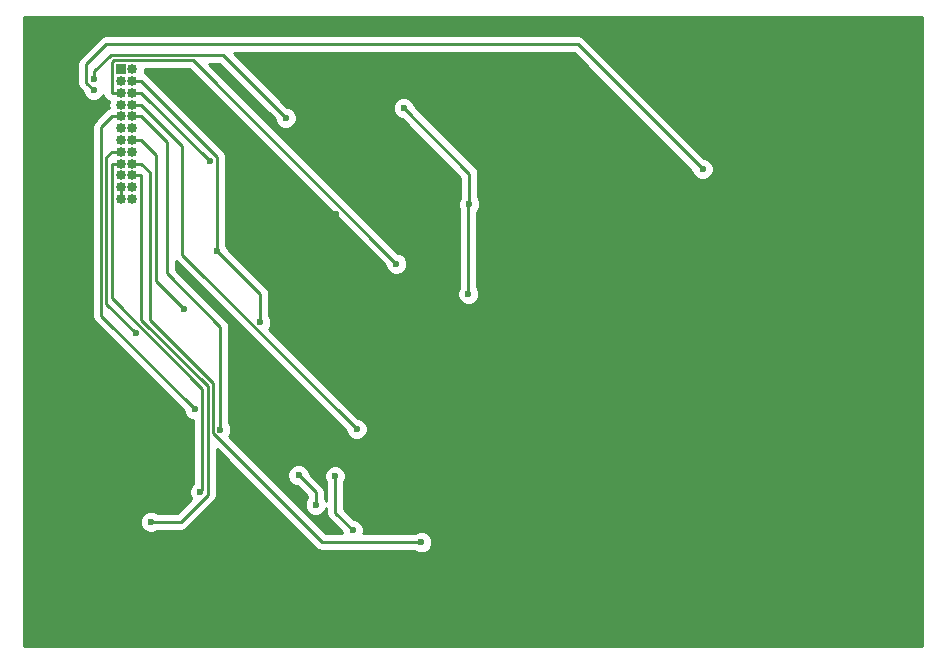
<source format=gbr>
G04 #@! TF.FileFunction,Copper,L2,Bot,Signal*
%FSLAX46Y46*%
G04 Gerber Fmt 4.6, Leading zero omitted, Abs format (unit mm)*
G04 Created by KiCad (PCBNEW 4.0.7) date 04/16/19 21:40:38*
%MOMM*%
%LPD*%
G01*
G04 APERTURE LIST*
%ADD10C,0.100000*%
%ADD11R,0.850000X0.850000*%
%ADD12O,0.850000X0.850000*%
%ADD13C,0.600000*%
%ADD14C,0.250000*%
%ADD15C,0.254000*%
G04 APERTURE END LIST*
D10*
D11*
X113030000Y-74930000D03*
D12*
X114030000Y-74930000D03*
X113030000Y-75930000D03*
X114030000Y-75930000D03*
X113030000Y-76930000D03*
X114030000Y-76930000D03*
X113030000Y-77930000D03*
X114030000Y-77930000D03*
X113030000Y-78930000D03*
X114030000Y-78930000D03*
X113030000Y-79930000D03*
X114030000Y-79930000D03*
X113030000Y-80930000D03*
X114030000Y-80930000D03*
X113030000Y-81930000D03*
X114030000Y-81930000D03*
X113030000Y-82930000D03*
X114030000Y-82930000D03*
X113030000Y-83930000D03*
X114030000Y-83930000D03*
X113030000Y-84930000D03*
X114030000Y-84930000D03*
X113030000Y-85930000D03*
X114030000Y-85930000D03*
D13*
X121194200Y-90324700D03*
X124865400Y-96378100D03*
X136367700Y-91415400D03*
X120553000Y-82702700D03*
X132677000Y-113969700D03*
X131183300Y-109393000D03*
X133008700Y-105405700D03*
X119301400Y-103734700D03*
X121473800Y-105453500D03*
X126993900Y-79049300D03*
X110808500Y-75757000D03*
X162294300Y-83376600D03*
X110735600Y-76698300D03*
X118424600Y-95255100D03*
X114346900Y-97303400D03*
X119742300Y-110736300D03*
X138491200Y-114982700D03*
X115579600Y-113262000D03*
X125780500Y-94291300D03*
X132995600Y-89957500D03*
X131245200Y-87186700D03*
X142558400Y-86352800D03*
X142470900Y-93954700D03*
X136990000Y-78229500D03*
X129540000Y-111798000D03*
X128090000Y-109318400D03*
D14*
X114030000Y-75930000D02*
X114780300Y-75930000D01*
X124865400Y-93995900D02*
X124865400Y-96378100D01*
X121194200Y-90324700D02*
X124865400Y-93995900D01*
X121194200Y-82343900D02*
X114780300Y-75930000D01*
X121194200Y-90324700D02*
X121194200Y-82343900D01*
X113030000Y-76930000D02*
X112279700Y-76930000D01*
X119131900Y-74179600D02*
X136367700Y-91415400D01*
X112435300Y-74179600D02*
X119131900Y-74179600D01*
X112279700Y-74335200D02*
X112435300Y-74179600D01*
X112279700Y-76930000D02*
X112279700Y-74335200D01*
X114030000Y-76930000D02*
X114780300Y-76930000D01*
X114780300Y-76930000D02*
X120553000Y-82702700D01*
X131183300Y-112476000D02*
X131183300Y-109393000D01*
X132677000Y-113969700D02*
X131183300Y-112476000D01*
X114030000Y-77930000D02*
X114780300Y-77930000D01*
X118250400Y-81400100D02*
X114780300Y-77930000D01*
X118250500Y-81400100D02*
X118250400Y-81400100D01*
X118250500Y-90647500D02*
X118250500Y-81400100D01*
X133008700Y-105405700D02*
X118250500Y-90647500D01*
X113030000Y-78930000D02*
X112279700Y-78930000D01*
X111378900Y-95812200D02*
X119301400Y-103734700D01*
X111378900Y-79830800D02*
X111378900Y-95812200D01*
X112279700Y-78930000D02*
X111378900Y-79830800D01*
X116938400Y-81088100D02*
X114780300Y-78930000D01*
X116938400Y-92218200D02*
X116938400Y-81088100D01*
X121473800Y-96753600D02*
X116938400Y-92218200D01*
X121473800Y-105453500D02*
X121473800Y-96753600D01*
X114030000Y-78930000D02*
X114780300Y-78930000D01*
X110808500Y-75115100D02*
X110808500Y-75757000D01*
X112196900Y-73726700D02*
X110808500Y-75115100D01*
X121671300Y-73726700D02*
X112196900Y-73726700D01*
X126993900Y-79049300D02*
X121671300Y-73726700D01*
X110132700Y-76095400D02*
X110735600Y-76698300D01*
X110132700Y-74512200D02*
X110132700Y-76095400D01*
X111816400Y-72828500D02*
X110132700Y-74512200D01*
X151746200Y-72828500D02*
X111816400Y-72828500D01*
X162294300Y-83376600D02*
X151746200Y-72828500D01*
X114030000Y-80930000D02*
X114780300Y-80930000D01*
X116039600Y-92870100D02*
X118424600Y-95255100D01*
X116039500Y-92870100D02*
X116039600Y-92870100D01*
X116039500Y-82189200D02*
X116039500Y-92870100D01*
X114780300Y-80930000D02*
X116039500Y-82189200D01*
X111829300Y-82380400D02*
X112279700Y-81930000D01*
X111829300Y-94785800D02*
X111829300Y-82380400D01*
X114346900Y-97303400D02*
X111829300Y-94785800D01*
X113030000Y-81930000D02*
X112279700Y-81930000D01*
X113030000Y-82930000D02*
X112279700Y-82930000D01*
X112279700Y-94351800D02*
X112279700Y-82930000D01*
X119937300Y-102009400D02*
X112279700Y-94351800D01*
X119937300Y-110541300D02*
X119937300Y-102009400D01*
X119742300Y-110736300D02*
X119937300Y-110541300D01*
X114030000Y-82930000D02*
X114780300Y-82930000D01*
X130118600Y-114982700D02*
X138491200Y-114982700D01*
X120848500Y-105712600D02*
X130118600Y-114982700D01*
X120848500Y-101543400D02*
X120848500Y-105712600D01*
X115515500Y-96210400D02*
X120848500Y-101543400D01*
X115515500Y-83665200D02*
X115515500Y-96210400D01*
X114780300Y-82930000D02*
X115515500Y-83665200D01*
X114030000Y-83930000D02*
X114780300Y-83930000D01*
X118136800Y-113262000D02*
X115579600Y-113262000D01*
X120398200Y-111000600D02*
X118136800Y-113262000D01*
X120398200Y-101786900D02*
X120398200Y-111000600D01*
X114780300Y-96169000D02*
X120398200Y-101786900D01*
X114780300Y-83930000D02*
X114780300Y-96169000D01*
X113030000Y-85930000D02*
X113030000Y-84930000D01*
X131245200Y-87186700D02*
X131245200Y-89712700D01*
X130359100Y-89712700D02*
X131245200Y-89712700D01*
X125780500Y-94291300D02*
X130359100Y-89712700D01*
X132750800Y-89712700D02*
X132995600Y-89957500D01*
X131245200Y-89712700D02*
X132750800Y-89712700D01*
X142470900Y-86440300D02*
X142558400Y-86352800D01*
X142470900Y-93954700D02*
X142470900Y-86440300D01*
X142558400Y-83797900D02*
X142558400Y-86352800D01*
X136990000Y-78229500D02*
X142558400Y-83797900D01*
X129540000Y-110768400D02*
X129540000Y-111798000D01*
X128090000Y-109318400D02*
X129540000Y-110768400D01*
D15*
G36*
X180900000Y-123750000D02*
X104850000Y-123750000D01*
X104850000Y-74512200D01*
X109372700Y-74512200D01*
X109372700Y-76095400D01*
X109430552Y-76386239D01*
X109595299Y-76632801D01*
X109800478Y-76837980D01*
X109800438Y-76883467D01*
X109942483Y-77227243D01*
X110205273Y-77490492D01*
X110548801Y-77633138D01*
X110920767Y-77633462D01*
X111264543Y-77491417D01*
X111527792Y-77228627D01*
X111562483Y-77145082D01*
X111577552Y-77220839D01*
X111742299Y-77467401D01*
X111988861Y-77632148D01*
X112007733Y-77635902D01*
X111949233Y-77930000D01*
X112007733Y-78224098D01*
X111988861Y-78227852D01*
X111742299Y-78392599D01*
X110841499Y-79293399D01*
X110676752Y-79539961D01*
X110618900Y-79830800D01*
X110618900Y-95812200D01*
X110676752Y-96103039D01*
X110841499Y-96349601D01*
X118366278Y-103874380D01*
X118366238Y-103919867D01*
X118508283Y-104263643D01*
X118771073Y-104526892D01*
X119114601Y-104669538D01*
X119177300Y-104669593D01*
X119177300Y-109979177D01*
X118950108Y-110205973D01*
X118807462Y-110549501D01*
X118807138Y-110921467D01*
X118949183Y-111265243D01*
X119003921Y-111320077D01*
X117821998Y-112502000D01*
X116142063Y-112502000D01*
X116109927Y-112469808D01*
X115766399Y-112327162D01*
X115394433Y-112326838D01*
X115050657Y-112468883D01*
X114787408Y-112731673D01*
X114644762Y-113075201D01*
X114644438Y-113447167D01*
X114786483Y-113790943D01*
X115049273Y-114054192D01*
X115392801Y-114196838D01*
X115764767Y-114197162D01*
X116108543Y-114055117D01*
X116141718Y-114022000D01*
X118136800Y-114022000D01*
X118427639Y-113964148D01*
X118674201Y-113799401D01*
X120935601Y-111538001D01*
X121100348Y-111291439D01*
X121158200Y-111000600D01*
X121158200Y-107097102D01*
X129581199Y-115520101D01*
X129827761Y-115684848D01*
X130118600Y-115742700D01*
X137928737Y-115742700D01*
X137960873Y-115774892D01*
X138304401Y-115917538D01*
X138676367Y-115917862D01*
X139020143Y-115775817D01*
X139283392Y-115513027D01*
X139426038Y-115169499D01*
X139426362Y-114797533D01*
X139284317Y-114453757D01*
X139021527Y-114190508D01*
X138677999Y-114047862D01*
X138306033Y-114047538D01*
X137962257Y-114189583D01*
X137929082Y-114222700D01*
X133584349Y-114222700D01*
X133611838Y-114156499D01*
X133612162Y-113784533D01*
X133470117Y-113440757D01*
X133207327Y-113177508D01*
X132863799Y-113034862D01*
X132816923Y-113034821D01*
X131943300Y-112161198D01*
X131943300Y-109955463D01*
X131975492Y-109923327D01*
X132118138Y-109579799D01*
X132118462Y-109207833D01*
X131976417Y-108864057D01*
X131713627Y-108600808D01*
X131370099Y-108458162D01*
X130998133Y-108457838D01*
X130654357Y-108599883D01*
X130391108Y-108862673D01*
X130248462Y-109206201D01*
X130248138Y-109578167D01*
X130390183Y-109921943D01*
X130423300Y-109955118D01*
X130423300Y-111487317D01*
X130333117Y-111269057D01*
X130300000Y-111235882D01*
X130300000Y-110768400D01*
X130242148Y-110477561D01*
X130077401Y-110230999D01*
X129025122Y-109178720D01*
X129025162Y-109133233D01*
X128883117Y-108789457D01*
X128620327Y-108526208D01*
X128276799Y-108383562D01*
X127904833Y-108383238D01*
X127561057Y-108525283D01*
X127297808Y-108788073D01*
X127155162Y-109131601D01*
X127154838Y-109503567D01*
X127296883Y-109847343D01*
X127559673Y-110110592D01*
X127903201Y-110253238D01*
X127950077Y-110253279D01*
X128780000Y-111083202D01*
X128780000Y-111235537D01*
X128747808Y-111267673D01*
X128605162Y-111611201D01*
X128604838Y-111983167D01*
X128746883Y-112326943D01*
X129009673Y-112590192D01*
X129353201Y-112732838D01*
X129725167Y-112733162D01*
X130068943Y-112591117D01*
X130332192Y-112328327D01*
X130423300Y-112108916D01*
X130423300Y-112476000D01*
X130481152Y-112766839D01*
X130645899Y-113013401D01*
X131741878Y-114109380D01*
X131741838Y-114154867D01*
X131769866Y-114222700D01*
X130433402Y-114222700D01*
X122230229Y-106019527D01*
X122265992Y-105983827D01*
X122408638Y-105640299D01*
X122408962Y-105268333D01*
X122266917Y-104924557D01*
X122233800Y-104891382D01*
X122233800Y-96753600D01*
X122175948Y-96462760D01*
X122011201Y-96216199D01*
X117698400Y-91903398D01*
X117698400Y-91162902D01*
X117713099Y-91184901D01*
X132073578Y-105545380D01*
X132073538Y-105590867D01*
X132215583Y-105934643D01*
X132478373Y-106197892D01*
X132821901Y-106340538D01*
X133193867Y-106340862D01*
X133537643Y-106198817D01*
X133800892Y-105936027D01*
X133943538Y-105592499D01*
X133943862Y-105220533D01*
X133801817Y-104876757D01*
X133539027Y-104613508D01*
X133195499Y-104470862D01*
X133148623Y-104470821D01*
X125621879Y-96944077D01*
X125657592Y-96908427D01*
X125800238Y-96564899D01*
X125800562Y-96192933D01*
X125658517Y-95849157D01*
X125625400Y-95815982D01*
X125625400Y-93995900D01*
X125567548Y-93705061D01*
X125402801Y-93458499D01*
X122129322Y-90185020D01*
X122129362Y-90139533D01*
X121987317Y-89795757D01*
X121954200Y-89762582D01*
X121954200Y-82343900D01*
X121931116Y-82227852D01*
X121896348Y-82053060D01*
X121731601Y-81806499D01*
X115317701Y-75392599D01*
X115071139Y-75227852D01*
X115052267Y-75224098D01*
X115108857Y-74939600D01*
X118817098Y-74939600D01*
X135432578Y-91555080D01*
X135432538Y-91600567D01*
X135574583Y-91944343D01*
X135837373Y-92207592D01*
X136180901Y-92350238D01*
X136552867Y-92350562D01*
X136896643Y-92208517D01*
X137159892Y-91945727D01*
X137302538Y-91602199D01*
X137302862Y-91230233D01*
X137160817Y-90886457D01*
X136898027Y-90623208D01*
X136554499Y-90480562D01*
X136507623Y-90480521D01*
X120513802Y-74486700D01*
X121356498Y-74486700D01*
X126058778Y-79188980D01*
X126058738Y-79234467D01*
X126200783Y-79578243D01*
X126463573Y-79841492D01*
X126807101Y-79984138D01*
X127179067Y-79984462D01*
X127522843Y-79842417D01*
X127786092Y-79579627D01*
X127928738Y-79236099D01*
X127929062Y-78864133D01*
X127787017Y-78520357D01*
X127681512Y-78414667D01*
X136054838Y-78414667D01*
X136196883Y-78758443D01*
X136459673Y-79021692D01*
X136803201Y-79164338D01*
X136850077Y-79164379D01*
X141798400Y-84112702D01*
X141798400Y-85790337D01*
X141766208Y-85822473D01*
X141623562Y-86166001D01*
X141623238Y-86537967D01*
X141710900Y-86750126D01*
X141710900Y-93392237D01*
X141678708Y-93424373D01*
X141536062Y-93767901D01*
X141535738Y-94139867D01*
X141677783Y-94483643D01*
X141940573Y-94746892D01*
X142284101Y-94889538D01*
X142656067Y-94889862D01*
X142999843Y-94747817D01*
X143263092Y-94485027D01*
X143405738Y-94141499D01*
X143406062Y-93769533D01*
X143264017Y-93425757D01*
X143230900Y-93392582D01*
X143230900Y-87002610D01*
X143350592Y-86883127D01*
X143493238Y-86539599D01*
X143493562Y-86167633D01*
X143351517Y-85823857D01*
X143318400Y-85790682D01*
X143318400Y-83797900D01*
X143260548Y-83507061D01*
X143095801Y-83260499D01*
X137925122Y-78089820D01*
X137925162Y-78044333D01*
X137783117Y-77700557D01*
X137520327Y-77437308D01*
X137176799Y-77294662D01*
X136804833Y-77294338D01*
X136461057Y-77436383D01*
X136197808Y-77699173D01*
X136055162Y-78042701D01*
X136054838Y-78414667D01*
X127681512Y-78414667D01*
X127524227Y-78257108D01*
X127180699Y-78114462D01*
X127133823Y-78114421D01*
X122607902Y-73588500D01*
X151431398Y-73588500D01*
X161359178Y-83516280D01*
X161359138Y-83561767D01*
X161501183Y-83905543D01*
X161763973Y-84168792D01*
X162107501Y-84311438D01*
X162479467Y-84311762D01*
X162823243Y-84169717D01*
X163086492Y-83906927D01*
X163229138Y-83563399D01*
X163229462Y-83191433D01*
X163087417Y-82847657D01*
X162824627Y-82584408D01*
X162481099Y-82441762D01*
X162434223Y-82441721D01*
X152283601Y-72291099D01*
X152037039Y-72126352D01*
X151746200Y-72068500D01*
X111816400Y-72068500D01*
X111525560Y-72126352D01*
X111278999Y-72291099D01*
X109595299Y-73974799D01*
X109430552Y-74221361D01*
X109372700Y-74512200D01*
X104850000Y-74512200D01*
X104850000Y-70560000D01*
X180900000Y-70560000D01*
X180900000Y-123750000D01*
X180900000Y-123750000D01*
G37*
X180900000Y-123750000D02*
X104850000Y-123750000D01*
X104850000Y-74512200D01*
X109372700Y-74512200D01*
X109372700Y-76095400D01*
X109430552Y-76386239D01*
X109595299Y-76632801D01*
X109800478Y-76837980D01*
X109800438Y-76883467D01*
X109942483Y-77227243D01*
X110205273Y-77490492D01*
X110548801Y-77633138D01*
X110920767Y-77633462D01*
X111264543Y-77491417D01*
X111527792Y-77228627D01*
X111562483Y-77145082D01*
X111577552Y-77220839D01*
X111742299Y-77467401D01*
X111988861Y-77632148D01*
X112007733Y-77635902D01*
X111949233Y-77930000D01*
X112007733Y-78224098D01*
X111988861Y-78227852D01*
X111742299Y-78392599D01*
X110841499Y-79293399D01*
X110676752Y-79539961D01*
X110618900Y-79830800D01*
X110618900Y-95812200D01*
X110676752Y-96103039D01*
X110841499Y-96349601D01*
X118366278Y-103874380D01*
X118366238Y-103919867D01*
X118508283Y-104263643D01*
X118771073Y-104526892D01*
X119114601Y-104669538D01*
X119177300Y-104669593D01*
X119177300Y-109979177D01*
X118950108Y-110205973D01*
X118807462Y-110549501D01*
X118807138Y-110921467D01*
X118949183Y-111265243D01*
X119003921Y-111320077D01*
X117821998Y-112502000D01*
X116142063Y-112502000D01*
X116109927Y-112469808D01*
X115766399Y-112327162D01*
X115394433Y-112326838D01*
X115050657Y-112468883D01*
X114787408Y-112731673D01*
X114644762Y-113075201D01*
X114644438Y-113447167D01*
X114786483Y-113790943D01*
X115049273Y-114054192D01*
X115392801Y-114196838D01*
X115764767Y-114197162D01*
X116108543Y-114055117D01*
X116141718Y-114022000D01*
X118136800Y-114022000D01*
X118427639Y-113964148D01*
X118674201Y-113799401D01*
X120935601Y-111538001D01*
X121100348Y-111291439D01*
X121158200Y-111000600D01*
X121158200Y-107097102D01*
X129581199Y-115520101D01*
X129827761Y-115684848D01*
X130118600Y-115742700D01*
X137928737Y-115742700D01*
X137960873Y-115774892D01*
X138304401Y-115917538D01*
X138676367Y-115917862D01*
X139020143Y-115775817D01*
X139283392Y-115513027D01*
X139426038Y-115169499D01*
X139426362Y-114797533D01*
X139284317Y-114453757D01*
X139021527Y-114190508D01*
X138677999Y-114047862D01*
X138306033Y-114047538D01*
X137962257Y-114189583D01*
X137929082Y-114222700D01*
X133584349Y-114222700D01*
X133611838Y-114156499D01*
X133612162Y-113784533D01*
X133470117Y-113440757D01*
X133207327Y-113177508D01*
X132863799Y-113034862D01*
X132816923Y-113034821D01*
X131943300Y-112161198D01*
X131943300Y-109955463D01*
X131975492Y-109923327D01*
X132118138Y-109579799D01*
X132118462Y-109207833D01*
X131976417Y-108864057D01*
X131713627Y-108600808D01*
X131370099Y-108458162D01*
X130998133Y-108457838D01*
X130654357Y-108599883D01*
X130391108Y-108862673D01*
X130248462Y-109206201D01*
X130248138Y-109578167D01*
X130390183Y-109921943D01*
X130423300Y-109955118D01*
X130423300Y-111487317D01*
X130333117Y-111269057D01*
X130300000Y-111235882D01*
X130300000Y-110768400D01*
X130242148Y-110477561D01*
X130077401Y-110230999D01*
X129025122Y-109178720D01*
X129025162Y-109133233D01*
X128883117Y-108789457D01*
X128620327Y-108526208D01*
X128276799Y-108383562D01*
X127904833Y-108383238D01*
X127561057Y-108525283D01*
X127297808Y-108788073D01*
X127155162Y-109131601D01*
X127154838Y-109503567D01*
X127296883Y-109847343D01*
X127559673Y-110110592D01*
X127903201Y-110253238D01*
X127950077Y-110253279D01*
X128780000Y-111083202D01*
X128780000Y-111235537D01*
X128747808Y-111267673D01*
X128605162Y-111611201D01*
X128604838Y-111983167D01*
X128746883Y-112326943D01*
X129009673Y-112590192D01*
X129353201Y-112732838D01*
X129725167Y-112733162D01*
X130068943Y-112591117D01*
X130332192Y-112328327D01*
X130423300Y-112108916D01*
X130423300Y-112476000D01*
X130481152Y-112766839D01*
X130645899Y-113013401D01*
X131741878Y-114109380D01*
X131741838Y-114154867D01*
X131769866Y-114222700D01*
X130433402Y-114222700D01*
X122230229Y-106019527D01*
X122265992Y-105983827D01*
X122408638Y-105640299D01*
X122408962Y-105268333D01*
X122266917Y-104924557D01*
X122233800Y-104891382D01*
X122233800Y-96753600D01*
X122175948Y-96462760D01*
X122011201Y-96216199D01*
X117698400Y-91903398D01*
X117698400Y-91162902D01*
X117713099Y-91184901D01*
X132073578Y-105545380D01*
X132073538Y-105590867D01*
X132215583Y-105934643D01*
X132478373Y-106197892D01*
X132821901Y-106340538D01*
X133193867Y-106340862D01*
X133537643Y-106198817D01*
X133800892Y-105936027D01*
X133943538Y-105592499D01*
X133943862Y-105220533D01*
X133801817Y-104876757D01*
X133539027Y-104613508D01*
X133195499Y-104470862D01*
X133148623Y-104470821D01*
X125621879Y-96944077D01*
X125657592Y-96908427D01*
X125800238Y-96564899D01*
X125800562Y-96192933D01*
X125658517Y-95849157D01*
X125625400Y-95815982D01*
X125625400Y-93995900D01*
X125567548Y-93705061D01*
X125402801Y-93458499D01*
X122129322Y-90185020D01*
X122129362Y-90139533D01*
X121987317Y-89795757D01*
X121954200Y-89762582D01*
X121954200Y-82343900D01*
X121931116Y-82227852D01*
X121896348Y-82053060D01*
X121731601Y-81806499D01*
X115317701Y-75392599D01*
X115071139Y-75227852D01*
X115052267Y-75224098D01*
X115108857Y-74939600D01*
X118817098Y-74939600D01*
X135432578Y-91555080D01*
X135432538Y-91600567D01*
X135574583Y-91944343D01*
X135837373Y-92207592D01*
X136180901Y-92350238D01*
X136552867Y-92350562D01*
X136896643Y-92208517D01*
X137159892Y-91945727D01*
X137302538Y-91602199D01*
X137302862Y-91230233D01*
X137160817Y-90886457D01*
X136898027Y-90623208D01*
X136554499Y-90480562D01*
X136507623Y-90480521D01*
X120513802Y-74486700D01*
X121356498Y-74486700D01*
X126058778Y-79188980D01*
X126058738Y-79234467D01*
X126200783Y-79578243D01*
X126463573Y-79841492D01*
X126807101Y-79984138D01*
X127179067Y-79984462D01*
X127522843Y-79842417D01*
X127786092Y-79579627D01*
X127928738Y-79236099D01*
X127929062Y-78864133D01*
X127787017Y-78520357D01*
X127681512Y-78414667D01*
X136054838Y-78414667D01*
X136196883Y-78758443D01*
X136459673Y-79021692D01*
X136803201Y-79164338D01*
X136850077Y-79164379D01*
X141798400Y-84112702D01*
X141798400Y-85790337D01*
X141766208Y-85822473D01*
X141623562Y-86166001D01*
X141623238Y-86537967D01*
X141710900Y-86750126D01*
X141710900Y-93392237D01*
X141678708Y-93424373D01*
X141536062Y-93767901D01*
X141535738Y-94139867D01*
X141677783Y-94483643D01*
X141940573Y-94746892D01*
X142284101Y-94889538D01*
X142656067Y-94889862D01*
X142999843Y-94747817D01*
X143263092Y-94485027D01*
X143405738Y-94141499D01*
X143406062Y-93769533D01*
X143264017Y-93425757D01*
X143230900Y-93392582D01*
X143230900Y-87002610D01*
X143350592Y-86883127D01*
X143493238Y-86539599D01*
X143493562Y-86167633D01*
X143351517Y-85823857D01*
X143318400Y-85790682D01*
X143318400Y-83797900D01*
X143260548Y-83507061D01*
X143095801Y-83260499D01*
X137925122Y-78089820D01*
X137925162Y-78044333D01*
X137783117Y-77700557D01*
X137520327Y-77437308D01*
X137176799Y-77294662D01*
X136804833Y-77294338D01*
X136461057Y-77436383D01*
X136197808Y-77699173D01*
X136055162Y-78042701D01*
X136054838Y-78414667D01*
X127681512Y-78414667D01*
X127524227Y-78257108D01*
X127180699Y-78114462D01*
X127133823Y-78114421D01*
X122607902Y-73588500D01*
X151431398Y-73588500D01*
X161359178Y-83516280D01*
X161359138Y-83561767D01*
X161501183Y-83905543D01*
X161763973Y-84168792D01*
X162107501Y-84311438D01*
X162479467Y-84311762D01*
X162823243Y-84169717D01*
X163086492Y-83906927D01*
X163229138Y-83563399D01*
X163229462Y-83191433D01*
X163087417Y-82847657D01*
X162824627Y-82584408D01*
X162481099Y-82441762D01*
X162434223Y-82441721D01*
X152283601Y-72291099D01*
X152037039Y-72126352D01*
X151746200Y-72068500D01*
X111816400Y-72068500D01*
X111525560Y-72126352D01*
X111278999Y-72291099D01*
X109595299Y-73974799D01*
X109430552Y-74221361D01*
X109372700Y-74512200D01*
X104850000Y-74512200D01*
X104850000Y-70560000D01*
X180900000Y-70560000D01*
X180900000Y-123750000D01*
M02*

</source>
